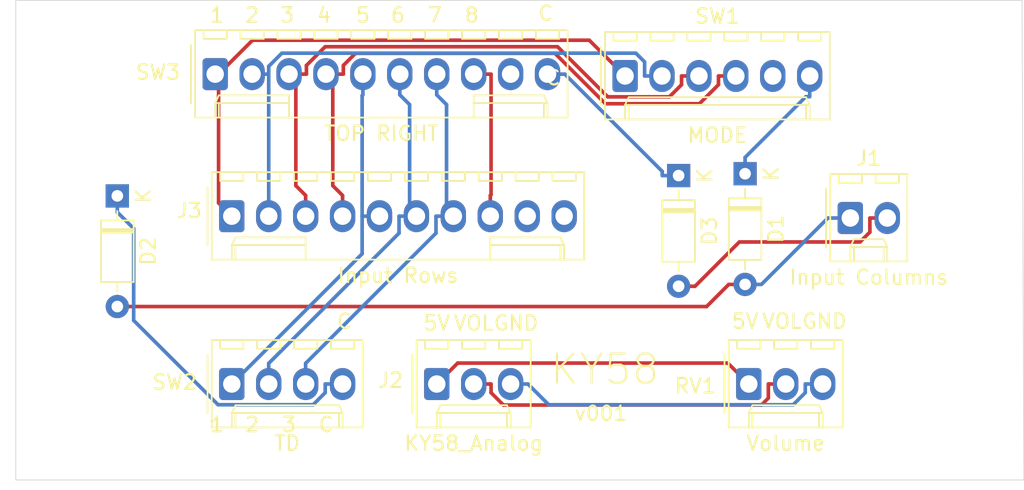
<source format=kicad_pcb>
(kicad_pcb (version 20171130) (host pcbnew "(5.1.5-0-10_14)")

  (general
    (thickness 1.6)
    (drawings 27)
    (tracks 110)
    (zones 0)
    (modules 14)
    (nets 17)
  )

  (page A4)
  (layers
    (0 F.Cu signal)
    (31 B.Cu signal)
    (32 B.Adhes user)
    (33 F.Adhes user)
    (34 B.Paste user)
    (35 F.Paste user)
    (36 B.SilkS user)
    (37 F.SilkS user)
    (38 B.Mask user)
    (39 F.Mask user)
    (40 Dwgs.User user)
    (41 Cmts.User user)
    (42 Eco1.User user)
    (43 Eco2.User user)
    (44 Edge.Cuts user)
    (45 Margin user)
    (46 B.CrtYd user)
    (47 F.CrtYd user)
    (48 B.Fab user)
    (49 F.Fab user)
  )

  (setup
    (last_trace_width 0.25)
    (trace_clearance 0.2)
    (zone_clearance 0.508)
    (zone_45_only no)
    (trace_min 0.2)
    (via_size 0.8)
    (via_drill 0.4)
    (via_min_size 0.4)
    (via_min_drill 0.3)
    (uvia_size 0.3)
    (uvia_drill 0.1)
    (uvias_allowed no)
    (uvia_min_size 0.2)
    (uvia_min_drill 0.1)
    (edge_width 0.05)
    (segment_width 0.2)
    (pcb_text_width 0.3)
    (pcb_text_size 1.5 1.5)
    (mod_edge_width 0.12)
    (mod_text_size 1 1)
    (mod_text_width 0.15)
    (pad_size 1.524 1.524)
    (pad_drill 0.762)
    (pad_to_mask_clearance 0.051)
    (solder_mask_min_width 0.25)
    (aux_axis_origin 0 0)
    (visible_elements FFFFFF7F)
    (pcbplotparams
      (layerselection 0x010fc_ffffffff)
      (usegerberextensions false)
      (usegerberattributes false)
      (usegerberadvancedattributes false)
      (creategerberjobfile false)
      (excludeedgelayer true)
      (linewidth 0.100000)
      (plotframeref false)
      (viasonmask false)
      (mode 1)
      (useauxorigin false)
      (hpglpennumber 1)
      (hpglpenspeed 20)
      (hpglpendiameter 15.000000)
      (psnegative false)
      (psa4output false)
      (plotreference true)
      (plotvalue true)
      (plotinvisibletext false)
      (padsonsilk false)
      (subtractmaskfromsilk false)
      (outputformat 1)
      (mirror false)
      (drillshape 0)
      (scaleselection 1)
      (outputdirectory "Manufacturing"))
  )

  (net 0 "")
  (net 1 "Net-(D1-Pad2)")
  (net 2 "Net-(D1-Pad1)")
  (net 3 "Net-(D2-Pad1)")
  (net 4 "Net-(D3-Pad2)")
  (net 5 "Net-(D3-Pad1)")
  (net 6 "Net-(J2-Pad3)")
  (net 7 "Net-(J2-Pad2)")
  (net 8 "Net-(J2-Pad1)")
  (net 9 /Row8)
  (net 10 /Row7)
  (net 11 /Row6)
  (net 12 /Row5)
  (net 13 /Row4)
  (net 14 /Row3)
  (net 15 /Row2)
  (net 16 /Row1)

  (net_class Default "This is the default net class."
    (clearance 0.2)
    (trace_width 0.25)
    (via_dia 0.8)
    (via_drill 0.4)
    (uvia_dia 0.3)
    (uvia_drill 0.1)
    (add_net /Row1)
    (add_net /Row2)
    (add_net /Row3)
    (add_net /Row4)
    (add_net /Row5)
    (add_net /Row6)
    (add_net /Row7)
    (add_net /Row8)
    (add_net "Net-(D1-Pad1)")
    (add_net "Net-(D1-Pad2)")
    (add_net "Net-(D2-Pad1)")
    (add_net "Net-(D3-Pad1)")
    (add_net "Net-(D3-Pad2)")
    (add_net "Net-(J2-Pad1)")
    (add_net "Net-(J2-Pad2)")
    (add_net "Net-(J2-Pad3)")
  )

  (module PT_Library_v001:Molex_1x10_P2.54mm_Vertical (layer F.Cu) (tedit 5B78013E) (tstamp 60699E66)
    (at 96.393 99.06)
    (descr "Molex KK-254 Interconnect System, old/engineering part number: AE-6410-10A example for new part number: 22-27-2101, 10 Pins (http://www.molex.com/pdm_docs/sd/022272021_sd.pdf), generated with kicad-footprint-generator")
    (tags "connector Molex KK-254 side entry")
    (path /606BA22B)
    (fp_text reference SW3 (at -3.937 -0.127) (layer F.SilkS)
      (effects (font (size 1 1) (thickness 0.15)))
    )
    (fp_text value "TOP RIGHT" (at 11.43 4.08) (layer F.SilkS)
      (effects (font (size 1 1) (thickness 0.15)))
    )
    (fp_text user %R (at 11.43 -2.22) (layer F.Fab)
      (effects (font (size 1 1) (thickness 0.15)))
    )
    (fp_line (start 24.63 -3.42) (end -1.77 -3.42) (layer F.CrtYd) (width 0.05))
    (fp_line (start 24.63 3.38) (end 24.63 -3.42) (layer F.CrtYd) (width 0.05))
    (fp_line (start -1.77 3.38) (end 24.63 3.38) (layer F.CrtYd) (width 0.05))
    (fp_line (start -1.77 -3.42) (end -1.77 3.38) (layer F.CrtYd) (width 0.05))
    (fp_line (start 23.66 -2.43) (end 23.66 -3.03) (layer F.SilkS) (width 0.12))
    (fp_line (start 22.06 -2.43) (end 23.66 -2.43) (layer F.SilkS) (width 0.12))
    (fp_line (start 22.06 -3.03) (end 22.06 -2.43) (layer F.SilkS) (width 0.12))
    (fp_line (start 21.12 -2.43) (end 21.12 -3.03) (layer F.SilkS) (width 0.12))
    (fp_line (start 19.52 -2.43) (end 21.12 -2.43) (layer F.SilkS) (width 0.12))
    (fp_line (start 19.52 -3.03) (end 19.52 -2.43) (layer F.SilkS) (width 0.12))
    (fp_line (start 18.58 -2.43) (end 18.58 -3.03) (layer F.SilkS) (width 0.12))
    (fp_line (start 16.98 -2.43) (end 18.58 -2.43) (layer F.SilkS) (width 0.12))
    (fp_line (start 16.98 -3.03) (end 16.98 -2.43) (layer F.SilkS) (width 0.12))
    (fp_line (start 16.04 -2.43) (end 16.04 -3.03) (layer F.SilkS) (width 0.12))
    (fp_line (start 14.44 -2.43) (end 16.04 -2.43) (layer F.SilkS) (width 0.12))
    (fp_line (start 14.44 -3.03) (end 14.44 -2.43) (layer F.SilkS) (width 0.12))
    (fp_line (start 13.5 -2.43) (end 13.5 -3.03) (layer F.SilkS) (width 0.12))
    (fp_line (start 11.9 -2.43) (end 13.5 -2.43) (layer F.SilkS) (width 0.12))
    (fp_line (start 11.9 -3.03) (end 11.9 -2.43) (layer F.SilkS) (width 0.12))
    (fp_line (start 10.96 -2.43) (end 10.96 -3.03) (layer F.SilkS) (width 0.12))
    (fp_line (start 9.36 -2.43) (end 10.96 -2.43) (layer F.SilkS) (width 0.12))
    (fp_line (start 9.36 -3.03) (end 9.36 -2.43) (layer F.SilkS) (width 0.12))
    (fp_line (start 8.42 -2.43) (end 8.42 -3.03) (layer F.SilkS) (width 0.12))
    (fp_line (start 6.82 -2.43) (end 8.42 -2.43) (layer F.SilkS) (width 0.12))
    (fp_line (start 6.82 -3.03) (end 6.82 -2.43) (layer F.SilkS) (width 0.12))
    (fp_line (start 5.88 -2.43) (end 5.88 -3.03) (layer F.SilkS) (width 0.12))
    (fp_line (start 4.28 -2.43) (end 5.88 -2.43) (layer F.SilkS) (width 0.12))
    (fp_line (start 4.28 -3.03) (end 4.28 -2.43) (layer F.SilkS) (width 0.12))
    (fp_line (start 3.34 -2.43) (end 3.34 -3.03) (layer F.SilkS) (width 0.12))
    (fp_line (start 1.74 -2.43) (end 3.34 -2.43) (layer F.SilkS) (width 0.12))
    (fp_line (start 1.74 -3.03) (end 1.74 -2.43) (layer F.SilkS) (width 0.12))
    (fp_line (start 0.8 -2.43) (end 0.8 -3.03) (layer F.SilkS) (width 0.12))
    (fp_line (start -0.8 -2.43) (end 0.8 -2.43) (layer F.SilkS) (width 0.12))
    (fp_line (start -0.8 -3.03) (end -0.8 -2.43) (layer F.SilkS) (width 0.12))
    (fp_line (start 22.61 2.99) (end 22.61 1.99) (layer F.SilkS) (width 0.12))
    (fp_line (start 17.78 1.46) (end 17.78 1.99) (layer F.SilkS) (width 0.12))
    (fp_line (start 22.61 1.46) (end 17.78 1.46) (layer F.SilkS) (width 0.12))
    (fp_line (start 22.86 1.99) (end 22.61 1.46) (layer F.SilkS) (width 0.12))
    (fp_line (start 17.78 1.99) (end 17.78 2.99) (layer F.SilkS) (width 0.12))
    (fp_line (start 22.86 1.99) (end 17.78 1.99) (layer F.SilkS) (width 0.12))
    (fp_line (start 22.86 2.99) (end 22.86 1.99) (layer F.SilkS) (width 0.12))
    (fp_line (start 0.25 2.99) (end 0.25 1.99) (layer F.SilkS) (width 0.12))
    (fp_line (start 5.08 1.46) (end 5.08 1.99) (layer F.SilkS) (width 0.12))
    (fp_line (start 0.25 1.46) (end 5.08 1.46) (layer F.SilkS) (width 0.12))
    (fp_line (start 0 1.99) (end 0.25 1.46) (layer F.SilkS) (width 0.12))
    (fp_line (start 5.08 1.99) (end 5.08 2.99) (layer F.SilkS) (width 0.12))
    (fp_line (start 0 1.99) (end 5.08 1.99) (layer F.SilkS) (width 0.12))
    (fp_line (start 0 2.99) (end 0 1.99) (layer F.SilkS) (width 0.12))
    (fp_line (start -0.562893 0) (end -1.27 0.5) (layer F.Fab) (width 0.1))
    (fp_line (start -1.27 -0.5) (end -0.562893 0) (layer F.Fab) (width 0.1))
    (fp_line (start -1.67 -2) (end -1.67 2) (layer F.SilkS) (width 0.12))
    (fp_line (start 24.24 -3.03) (end -1.38 -3.03) (layer F.SilkS) (width 0.12))
    (fp_line (start 24.24 2.99) (end 24.24 -3.03) (layer F.SilkS) (width 0.12))
    (fp_line (start -1.38 2.99) (end 24.24 2.99) (layer F.SilkS) (width 0.12))
    (fp_line (start -1.38 -3.03) (end -1.38 2.99) (layer F.SilkS) (width 0.12))
    (fp_line (start 24.13 -2.92) (end -1.27 -2.92) (layer F.Fab) (width 0.1))
    (fp_line (start 24.13 2.88) (end 24.13 -2.92) (layer F.Fab) (width 0.1))
    (fp_line (start -1.27 2.88) (end 24.13 2.88) (layer F.Fab) (width 0.1))
    (fp_line (start -1.27 -2.92) (end -1.27 2.88) (layer F.Fab) (width 0.1))
    (pad 10 thru_hole oval (at 22.86 0) (size 1.74 2.2) (drill 1.2) (layers *.Cu *.Mask)
      (net 5 "Net-(D3-Pad1)"))
    (pad 9 thru_hole oval (at 20.32 0) (size 1.74 2.2) (drill 1.2) (layers *.Cu *.Mask))
    (pad 8 thru_hole oval (at 17.78 0) (size 1.74 2.2) (drill 1.2) (layers *.Cu *.Mask)
      (net 9 /Row8))
    (pad 7 thru_hole oval (at 15.24 0) (size 1.74 2.2) (drill 1.2) (layers *.Cu *.Mask)
      (net 10 /Row7))
    (pad 6 thru_hole oval (at 12.7 0) (size 1.74 2.2) (drill 1.2) (layers *.Cu *.Mask)
      (net 11 /Row6))
    (pad 5 thru_hole oval (at 10.16 0) (size 1.74 2.2) (drill 1.2) (layers *.Cu *.Mask)
      (net 12 /Row5))
    (pad 4 thru_hole oval (at 7.62 0) (size 1.74 2.2) (drill 1.2) (layers *.Cu *.Mask)
      (net 13 /Row4))
    (pad 3 thru_hole oval (at 5.08 0) (size 1.74 2.2) (drill 1.2) (layers *.Cu *.Mask)
      (net 14 /Row3))
    (pad 2 thru_hole oval (at 2.54 0) (size 1.74 2.2) (drill 1.2) (layers *.Cu *.Mask)
      (net 15 /Row2))
    (pad 1 thru_hole roundrect (at 0 0) (size 1.74 2.2) (drill 1.2) (layers *.Cu *.Mask) (roundrect_rratio 0.143678)
      (net 16 /Row1))
    (model ${KISYS3DMOD}/Connector_Molex.3dshapes/Molex_KK-254_AE-6410-10A_1x10_P2.54mm_Vertical.wrl
      (at (xyz 0 0 0))
      (scale (xyz 1 1 1))
      (rotate (xyz 0 0 0))
    )
  )

  (module PT_Library_v001:Molex_1x04_P2.54mm_Vertical (layer F.Cu) (tedit 5B78013E) (tstamp 60699E1C)
    (at 97.536 120.396)
    (descr "Molex KK-254 Interconnect System, old/engineering part number: AE-6410-04A example for new part number: 22-27-2041, 4 Pins (http://www.molex.com/pdm_docs/sd/022272021_sd.pdf), generated with kicad-footprint-generator")
    (tags "connector Molex KK-254 side entry")
    (path /5FCC4E8B)
    (fp_text reference SW2 (at -3.937 -0.127) (layer F.SilkS)
      (effects (font (size 1 1) (thickness 0.15)))
    )
    (fp_text value TD (at 3.81 4.08) (layer F.SilkS)
      (effects (font (size 1 1) (thickness 0.15)))
    )
    (fp_text user %R (at 3.81 -2.22) (layer F.Fab)
      (effects (font (size 1 1) (thickness 0.15)))
    )
    (fp_line (start 9.39 -3.42) (end -1.77 -3.42) (layer F.CrtYd) (width 0.05))
    (fp_line (start 9.39 3.38) (end 9.39 -3.42) (layer F.CrtYd) (width 0.05))
    (fp_line (start -1.77 3.38) (end 9.39 3.38) (layer F.CrtYd) (width 0.05))
    (fp_line (start -1.77 -3.42) (end -1.77 3.38) (layer F.CrtYd) (width 0.05))
    (fp_line (start 8.42 -2.43) (end 8.42 -3.03) (layer F.SilkS) (width 0.12))
    (fp_line (start 6.82 -2.43) (end 8.42 -2.43) (layer F.SilkS) (width 0.12))
    (fp_line (start 6.82 -3.03) (end 6.82 -2.43) (layer F.SilkS) (width 0.12))
    (fp_line (start 5.88 -2.43) (end 5.88 -3.03) (layer F.SilkS) (width 0.12))
    (fp_line (start 4.28 -2.43) (end 5.88 -2.43) (layer F.SilkS) (width 0.12))
    (fp_line (start 4.28 -3.03) (end 4.28 -2.43) (layer F.SilkS) (width 0.12))
    (fp_line (start 3.34 -2.43) (end 3.34 -3.03) (layer F.SilkS) (width 0.12))
    (fp_line (start 1.74 -2.43) (end 3.34 -2.43) (layer F.SilkS) (width 0.12))
    (fp_line (start 1.74 -3.03) (end 1.74 -2.43) (layer F.SilkS) (width 0.12))
    (fp_line (start 0.8 -2.43) (end 0.8 -3.03) (layer F.SilkS) (width 0.12))
    (fp_line (start -0.8 -2.43) (end 0.8 -2.43) (layer F.SilkS) (width 0.12))
    (fp_line (start -0.8 -3.03) (end -0.8 -2.43) (layer F.SilkS) (width 0.12))
    (fp_line (start 7.37 2.99) (end 7.37 1.99) (layer F.SilkS) (width 0.12))
    (fp_line (start 0.25 2.99) (end 0.25 1.99) (layer F.SilkS) (width 0.12))
    (fp_line (start 7.37 1.46) (end 7.62 1.99) (layer F.SilkS) (width 0.12))
    (fp_line (start 0.25 1.46) (end 7.37 1.46) (layer F.SilkS) (width 0.12))
    (fp_line (start 0 1.99) (end 0.25 1.46) (layer F.SilkS) (width 0.12))
    (fp_line (start 7.62 1.99) (end 7.62 2.99) (layer F.SilkS) (width 0.12))
    (fp_line (start 0 1.99) (end 7.62 1.99) (layer F.SilkS) (width 0.12))
    (fp_line (start 0 2.99) (end 0 1.99) (layer F.SilkS) (width 0.12))
    (fp_line (start -0.562893 0) (end -1.27 0.5) (layer F.Fab) (width 0.1))
    (fp_line (start -1.27 -0.5) (end -0.562893 0) (layer F.Fab) (width 0.1))
    (fp_line (start -1.67 -2) (end -1.67 2) (layer F.SilkS) (width 0.12))
    (fp_line (start 9 -3.03) (end -1.38 -3.03) (layer F.SilkS) (width 0.12))
    (fp_line (start 9 2.99) (end 9 -3.03) (layer F.SilkS) (width 0.12))
    (fp_line (start -1.38 2.99) (end 9 2.99) (layer F.SilkS) (width 0.12))
    (fp_line (start -1.38 -3.03) (end -1.38 2.99) (layer F.SilkS) (width 0.12))
    (fp_line (start 8.89 -2.92) (end -1.27 -2.92) (layer F.Fab) (width 0.1))
    (fp_line (start 8.89 2.88) (end 8.89 -2.92) (layer F.Fab) (width 0.1))
    (fp_line (start -1.27 2.88) (end 8.89 2.88) (layer F.Fab) (width 0.1))
    (fp_line (start -1.27 -2.92) (end -1.27 2.88) (layer F.Fab) (width 0.1))
    (pad 4 thru_hole oval (at 7.62 0) (size 1.74 2.2) (drill 1.2) (layers *.Cu *.Mask)
      (net 3 "Net-(D2-Pad1)"))
    (pad 3 thru_hole oval (at 5.08 0) (size 1.74 2.2) (drill 1.2) (layers *.Cu *.Mask)
      (net 10 /Row7))
    (pad 2 thru_hole oval (at 2.54 0) (size 1.74 2.2) (drill 1.2) (layers *.Cu *.Mask)
      (net 11 /Row6))
    (pad 1 thru_hole roundrect (at 0 0) (size 1.74 2.2) (drill 1.2) (layers *.Cu *.Mask) (roundrect_rratio 0.143678)
      (net 12 /Row5))
    (model ${KISYS3DMOD}/Connector_Molex.3dshapes/Molex_KK-254_AE-6410-04A_1x04_P2.54mm_Vertical.wrl
      (at (xyz 0 0 0))
      (scale (xyz 1 1 1))
      (rotate (xyz 0 0 0))
    )
  )

  (module PT_Library_v001:Molex_1x06_P2.54mm_Vertical (layer F.Cu) (tedit 5B78013E) (tstamp 60699DF0)
    (at 124.587 99.187)
    (descr "Molex KK-254 Interconnect System, old/engineering part number: AE-6410-06A example for new part number: 22-27-2061, 6 Pins (http://www.molex.com/pdm_docs/sd/022272021_sd.pdf), generated with kicad-footprint-generator")
    (tags "connector Molex KK-254 side entry")
    (path /606BF5AE)
    (fp_text reference SW1 (at 6.35 -4.12) (layer F.SilkS)
      (effects (font (size 1 1) (thickness 0.15)))
    )
    (fp_text value MODE (at 6.35 4.08) (layer F.SilkS)
      (effects (font (size 1 1) (thickness 0.15)))
    )
    (fp_text user %R (at 6.35 -2.22) (layer F.Fab)
      (effects (font (size 1 1) (thickness 0.15)))
    )
    (fp_line (start 14.47 -3.42) (end -1.77 -3.42) (layer F.CrtYd) (width 0.05))
    (fp_line (start 14.47 3.38) (end 14.47 -3.42) (layer F.CrtYd) (width 0.05))
    (fp_line (start -1.77 3.38) (end 14.47 3.38) (layer F.CrtYd) (width 0.05))
    (fp_line (start -1.77 -3.42) (end -1.77 3.38) (layer F.CrtYd) (width 0.05))
    (fp_line (start 13.5 -2.43) (end 13.5 -3.03) (layer F.SilkS) (width 0.12))
    (fp_line (start 11.9 -2.43) (end 13.5 -2.43) (layer F.SilkS) (width 0.12))
    (fp_line (start 11.9 -3.03) (end 11.9 -2.43) (layer F.SilkS) (width 0.12))
    (fp_line (start 10.96 -2.43) (end 10.96 -3.03) (layer F.SilkS) (width 0.12))
    (fp_line (start 9.36 -2.43) (end 10.96 -2.43) (layer F.SilkS) (width 0.12))
    (fp_line (start 9.36 -3.03) (end 9.36 -2.43) (layer F.SilkS) (width 0.12))
    (fp_line (start 8.42 -2.43) (end 8.42 -3.03) (layer F.SilkS) (width 0.12))
    (fp_line (start 6.82 -2.43) (end 8.42 -2.43) (layer F.SilkS) (width 0.12))
    (fp_line (start 6.82 -3.03) (end 6.82 -2.43) (layer F.SilkS) (width 0.12))
    (fp_line (start 5.88 -2.43) (end 5.88 -3.03) (layer F.SilkS) (width 0.12))
    (fp_line (start 4.28 -2.43) (end 5.88 -2.43) (layer F.SilkS) (width 0.12))
    (fp_line (start 4.28 -3.03) (end 4.28 -2.43) (layer F.SilkS) (width 0.12))
    (fp_line (start 3.34 -2.43) (end 3.34 -3.03) (layer F.SilkS) (width 0.12))
    (fp_line (start 1.74 -2.43) (end 3.34 -2.43) (layer F.SilkS) (width 0.12))
    (fp_line (start 1.74 -3.03) (end 1.74 -2.43) (layer F.SilkS) (width 0.12))
    (fp_line (start 0.8 -2.43) (end 0.8 -3.03) (layer F.SilkS) (width 0.12))
    (fp_line (start -0.8 -2.43) (end 0.8 -2.43) (layer F.SilkS) (width 0.12))
    (fp_line (start -0.8 -3.03) (end -0.8 -2.43) (layer F.SilkS) (width 0.12))
    (fp_line (start 12.45 2.99) (end 12.45 1.99) (layer F.SilkS) (width 0.12))
    (fp_line (start 0.25 2.99) (end 0.25 1.99) (layer F.SilkS) (width 0.12))
    (fp_line (start 12.45 1.46) (end 12.7 1.99) (layer F.SilkS) (width 0.12))
    (fp_line (start 0.25 1.46) (end 12.45 1.46) (layer F.SilkS) (width 0.12))
    (fp_line (start 0 1.99) (end 0.25 1.46) (layer F.SilkS) (width 0.12))
    (fp_line (start 12.7 1.99) (end 12.7 2.99) (layer F.SilkS) (width 0.12))
    (fp_line (start 0 1.99) (end 12.7 1.99) (layer F.SilkS) (width 0.12))
    (fp_line (start 0 2.99) (end 0 1.99) (layer F.SilkS) (width 0.12))
    (fp_line (start -0.562893 0) (end -1.27 0.5) (layer F.Fab) (width 0.1))
    (fp_line (start -1.27 -0.5) (end -0.562893 0) (layer F.Fab) (width 0.1))
    (fp_line (start -1.67 -2) (end -1.67 2) (layer F.SilkS) (width 0.12))
    (fp_line (start 14.08 -3.03) (end -1.38 -3.03) (layer F.SilkS) (width 0.12))
    (fp_line (start 14.08 2.99) (end 14.08 -3.03) (layer F.SilkS) (width 0.12))
    (fp_line (start -1.38 2.99) (end 14.08 2.99) (layer F.SilkS) (width 0.12))
    (fp_line (start -1.38 -3.03) (end -1.38 2.99) (layer F.SilkS) (width 0.12))
    (fp_line (start 13.97 -2.92) (end -1.27 -2.92) (layer F.Fab) (width 0.1))
    (fp_line (start 13.97 2.88) (end 13.97 -2.92) (layer F.Fab) (width 0.1))
    (fp_line (start -1.27 2.88) (end 13.97 2.88) (layer F.Fab) (width 0.1))
    (fp_line (start -1.27 -2.92) (end -1.27 2.88) (layer F.Fab) (width 0.1))
    (pad 6 thru_hole oval (at 12.7 0) (size 1.74 2.2) (drill 1.2) (layers *.Cu *.Mask)
      (net 2 "Net-(D1-Pad1)"))
    (pad 5 thru_hole oval (at 10.16 0) (size 1.74 2.2) (drill 1.2) (layers *.Cu *.Mask))
    (pad 4 thru_hole oval (at 7.62 0) (size 1.74 2.2) (drill 1.2) (layers *.Cu *.Mask)
      (net 13 /Row4))
    (pad 3 thru_hole oval (at 5.08 0) (size 1.74 2.2) (drill 1.2) (layers *.Cu *.Mask)
      (net 14 /Row3))
    (pad 2 thru_hole oval (at 2.54 0) (size 1.74 2.2) (drill 1.2) (layers *.Cu *.Mask)
      (net 15 /Row2))
    (pad 1 thru_hole roundrect (at 0 0) (size 1.74 2.2) (drill 1.2) (layers *.Cu *.Mask) (roundrect_rratio 0.143678)
      (net 16 /Row1))
    (model ${KISYS3DMOD}/Connector_Molex.3dshapes/Molex_KK-254_AE-6410-06A_1x06_P2.54mm_Vertical.wrl
      (at (xyz 0 0 0))
      (scale (xyz 1 1 1))
      (rotate (xyz 0 0 0))
    )
  )

  (module PT_Library_v001:Molex_1x03_P2.54mm_Vertical (layer F.Cu) (tedit 5B78013E) (tstamp 60699DBC)
    (at 133.096 120.396)
    (descr "Molex KK-254 Interconnect System, old/engineering part number: AE-6410-03A example for new part number: 22-27-2031, 3 Pins (http://www.molex.com/pdm_docs/sd/022272021_sd.pdf), generated with kicad-footprint-generator")
    (tags "connector Molex KK-254 side entry")
    (path /5FC6ABA0)
    (fp_text reference RV1 (at -3.683 0.127) (layer F.SilkS)
      (effects (font (size 1 1) (thickness 0.15)))
    )
    (fp_text value Volume (at 2.54 4.08) (layer F.SilkS)
      (effects (font (size 1 1) (thickness 0.15)))
    )
    (fp_text user %R (at 2.54 -2.22) (layer F.Fab)
      (effects (font (size 1 1) (thickness 0.15)))
    )
    (fp_line (start 6.85 -3.42) (end -1.77 -3.42) (layer F.CrtYd) (width 0.05))
    (fp_line (start 6.85 3.38) (end 6.85 -3.42) (layer F.CrtYd) (width 0.05))
    (fp_line (start -1.77 3.38) (end 6.85 3.38) (layer F.CrtYd) (width 0.05))
    (fp_line (start -1.77 -3.42) (end -1.77 3.38) (layer F.CrtYd) (width 0.05))
    (fp_line (start 5.88 -2.43) (end 5.88 -3.03) (layer F.SilkS) (width 0.12))
    (fp_line (start 4.28 -2.43) (end 5.88 -2.43) (layer F.SilkS) (width 0.12))
    (fp_line (start 4.28 -3.03) (end 4.28 -2.43) (layer F.SilkS) (width 0.12))
    (fp_line (start 3.34 -2.43) (end 3.34 -3.03) (layer F.SilkS) (width 0.12))
    (fp_line (start 1.74 -2.43) (end 3.34 -2.43) (layer F.SilkS) (width 0.12))
    (fp_line (start 1.74 -3.03) (end 1.74 -2.43) (layer F.SilkS) (width 0.12))
    (fp_line (start 0.8 -2.43) (end 0.8 -3.03) (layer F.SilkS) (width 0.12))
    (fp_line (start -0.8 -2.43) (end 0.8 -2.43) (layer F.SilkS) (width 0.12))
    (fp_line (start -0.8 -3.03) (end -0.8 -2.43) (layer F.SilkS) (width 0.12))
    (fp_line (start 4.83 2.99) (end 4.83 1.99) (layer F.SilkS) (width 0.12))
    (fp_line (start 0.25 2.99) (end 0.25 1.99) (layer F.SilkS) (width 0.12))
    (fp_line (start 4.83 1.46) (end 5.08 1.99) (layer F.SilkS) (width 0.12))
    (fp_line (start 0.25 1.46) (end 4.83 1.46) (layer F.SilkS) (width 0.12))
    (fp_line (start 0 1.99) (end 0.25 1.46) (layer F.SilkS) (width 0.12))
    (fp_line (start 5.08 1.99) (end 5.08 2.99) (layer F.SilkS) (width 0.12))
    (fp_line (start 0 1.99) (end 5.08 1.99) (layer F.SilkS) (width 0.12))
    (fp_line (start 0 2.99) (end 0 1.99) (layer F.SilkS) (width 0.12))
    (fp_line (start -0.562893 0) (end -1.27 0.5) (layer F.Fab) (width 0.1))
    (fp_line (start -1.27 -0.5) (end -0.562893 0) (layer F.Fab) (width 0.1))
    (fp_line (start -1.67 -2) (end -1.67 2) (layer F.SilkS) (width 0.12))
    (fp_line (start 6.46 -3.03) (end -1.38 -3.03) (layer F.SilkS) (width 0.12))
    (fp_line (start 6.46 2.99) (end 6.46 -3.03) (layer F.SilkS) (width 0.12))
    (fp_line (start -1.38 2.99) (end 6.46 2.99) (layer F.SilkS) (width 0.12))
    (fp_line (start -1.38 -3.03) (end -1.38 2.99) (layer F.SilkS) (width 0.12))
    (fp_line (start 6.35 -2.92) (end -1.27 -2.92) (layer F.Fab) (width 0.1))
    (fp_line (start 6.35 2.88) (end 6.35 -2.92) (layer F.Fab) (width 0.1))
    (fp_line (start -1.27 2.88) (end 6.35 2.88) (layer F.Fab) (width 0.1))
    (fp_line (start -1.27 -2.92) (end -1.27 2.88) (layer F.Fab) (width 0.1))
    (pad 3 thru_hole oval (at 5.08 0) (size 1.74 2.2) (drill 1.2) (layers *.Cu *.Mask)
      (net 6 "Net-(J2-Pad3)"))
    (pad 2 thru_hole oval (at 2.54 0) (size 1.74 2.2) (drill 1.2) (layers *.Cu *.Mask)
      (net 7 "Net-(J2-Pad2)"))
    (pad 1 thru_hole roundrect (at 0 0) (size 1.74 2.2) (drill 1.2) (layers *.Cu *.Mask) (roundrect_rratio 0.143678)
      (net 8 "Net-(J2-Pad1)"))
    (model ${KISYS3DMOD}/Connector_Molex.3dshapes/Molex_KK-254_AE-6410-03A_1x03_P2.54mm_Vertical.wrl
      (at (xyz 0 0 0))
      (scale (xyz 1 1 1))
      (rotate (xyz 0 0 0))
    )
  )

  (module PT_Library_v001:Molex_1x10_P2.54mm_Vertical (layer F.Cu) (tedit 5B78013E) (tstamp 60699D94)
    (at 97.536 108.839)
    (descr "Molex KK-254 Interconnect System, old/engineering part number: AE-6410-10A example for new part number: 22-27-2101, 10 Pins (http://www.molex.com/pdm_docs/sd/022272021_sd.pdf), generated with kicad-footprint-generator")
    (tags "connector Molex KK-254 side entry")
    (path /5FCCD218)
    (fp_text reference J3 (at -2.921 -0.381) (layer F.SilkS)
      (effects (font (size 1 1) (thickness 0.15)))
    )
    (fp_text value "Input Rows" (at 11.43 4.08) (layer F.SilkS)
      (effects (font (size 1 1) (thickness 0.15)))
    )
    (fp_text user %R (at 11.43 -2.22) (layer F.Fab)
      (effects (font (size 1 1) (thickness 0.15)))
    )
    (fp_line (start 24.63 -3.42) (end -1.77 -3.42) (layer F.CrtYd) (width 0.05))
    (fp_line (start 24.63 3.38) (end 24.63 -3.42) (layer F.CrtYd) (width 0.05))
    (fp_line (start -1.77 3.38) (end 24.63 3.38) (layer F.CrtYd) (width 0.05))
    (fp_line (start -1.77 -3.42) (end -1.77 3.38) (layer F.CrtYd) (width 0.05))
    (fp_line (start 23.66 -2.43) (end 23.66 -3.03) (layer F.SilkS) (width 0.12))
    (fp_line (start 22.06 -2.43) (end 23.66 -2.43) (layer F.SilkS) (width 0.12))
    (fp_line (start 22.06 -3.03) (end 22.06 -2.43) (layer F.SilkS) (width 0.12))
    (fp_line (start 21.12 -2.43) (end 21.12 -3.03) (layer F.SilkS) (width 0.12))
    (fp_line (start 19.52 -2.43) (end 21.12 -2.43) (layer F.SilkS) (width 0.12))
    (fp_line (start 19.52 -3.03) (end 19.52 -2.43) (layer F.SilkS) (width 0.12))
    (fp_line (start 18.58 -2.43) (end 18.58 -3.03) (layer F.SilkS) (width 0.12))
    (fp_line (start 16.98 -2.43) (end 18.58 -2.43) (layer F.SilkS) (width 0.12))
    (fp_line (start 16.98 -3.03) (end 16.98 -2.43) (layer F.SilkS) (width 0.12))
    (fp_line (start 16.04 -2.43) (end 16.04 -3.03) (layer F.SilkS) (width 0.12))
    (fp_line (start 14.44 -2.43) (end 16.04 -2.43) (layer F.SilkS) (width 0.12))
    (fp_line (start 14.44 -3.03) (end 14.44 -2.43) (layer F.SilkS) (width 0.12))
    (fp_line (start 13.5 -2.43) (end 13.5 -3.03) (layer F.SilkS) (width 0.12))
    (fp_line (start 11.9 -2.43) (end 13.5 -2.43) (layer F.SilkS) (width 0.12))
    (fp_line (start 11.9 -3.03) (end 11.9 -2.43) (layer F.SilkS) (width 0.12))
    (fp_line (start 10.96 -2.43) (end 10.96 -3.03) (layer F.SilkS) (width 0.12))
    (fp_line (start 9.36 -2.43) (end 10.96 -2.43) (layer F.SilkS) (width 0.12))
    (fp_line (start 9.36 -3.03) (end 9.36 -2.43) (layer F.SilkS) (width 0.12))
    (fp_line (start 8.42 -2.43) (end 8.42 -3.03) (layer F.SilkS) (width 0.12))
    (fp_line (start 6.82 -2.43) (end 8.42 -2.43) (layer F.SilkS) (width 0.12))
    (fp_line (start 6.82 -3.03) (end 6.82 -2.43) (layer F.SilkS) (width 0.12))
    (fp_line (start 5.88 -2.43) (end 5.88 -3.03) (layer F.SilkS) (width 0.12))
    (fp_line (start 4.28 -2.43) (end 5.88 -2.43) (layer F.SilkS) (width 0.12))
    (fp_line (start 4.28 -3.03) (end 4.28 -2.43) (layer F.SilkS) (width 0.12))
    (fp_line (start 3.34 -2.43) (end 3.34 -3.03) (layer F.SilkS) (width 0.12))
    (fp_line (start 1.74 -2.43) (end 3.34 -2.43) (layer F.SilkS) (width 0.12))
    (fp_line (start 1.74 -3.03) (end 1.74 -2.43) (layer F.SilkS) (width 0.12))
    (fp_line (start 0.8 -2.43) (end 0.8 -3.03) (layer F.SilkS) (width 0.12))
    (fp_line (start -0.8 -2.43) (end 0.8 -2.43) (layer F.SilkS) (width 0.12))
    (fp_line (start -0.8 -3.03) (end -0.8 -2.43) (layer F.SilkS) (width 0.12))
    (fp_line (start 22.61 2.99) (end 22.61 1.99) (layer F.SilkS) (width 0.12))
    (fp_line (start 17.78 1.46) (end 17.78 1.99) (layer F.SilkS) (width 0.12))
    (fp_line (start 22.61 1.46) (end 17.78 1.46) (layer F.SilkS) (width 0.12))
    (fp_line (start 22.86 1.99) (end 22.61 1.46) (layer F.SilkS) (width 0.12))
    (fp_line (start 17.78 1.99) (end 17.78 2.99) (layer F.SilkS) (width 0.12))
    (fp_line (start 22.86 1.99) (end 17.78 1.99) (layer F.SilkS) (width 0.12))
    (fp_line (start 22.86 2.99) (end 22.86 1.99) (layer F.SilkS) (width 0.12))
    (fp_line (start 0.25 2.99) (end 0.25 1.99) (layer F.SilkS) (width 0.12))
    (fp_line (start 5.08 1.46) (end 5.08 1.99) (layer F.SilkS) (width 0.12))
    (fp_line (start 0.25 1.46) (end 5.08 1.46) (layer F.SilkS) (width 0.12))
    (fp_line (start 0 1.99) (end 0.25 1.46) (layer F.SilkS) (width 0.12))
    (fp_line (start 5.08 1.99) (end 5.08 2.99) (layer F.SilkS) (width 0.12))
    (fp_line (start 0 1.99) (end 5.08 1.99) (layer F.SilkS) (width 0.12))
    (fp_line (start 0 2.99) (end 0 1.99) (layer F.SilkS) (width 0.12))
    (fp_line (start -0.562893 0) (end -1.27 0.5) (layer F.Fab) (width 0.1))
    (fp_line (start -1.27 -0.5) (end -0.562893 0) (layer F.Fab) (width 0.1))
    (fp_line (start -1.67 -2) (end -1.67 2) (layer F.SilkS) (width 0.12))
    (fp_line (start 24.24 -3.03) (end -1.38 -3.03) (layer F.SilkS) (width 0.12))
    (fp_line (start 24.24 2.99) (end 24.24 -3.03) (layer F.SilkS) (width 0.12))
    (fp_line (start -1.38 2.99) (end 24.24 2.99) (layer F.SilkS) (width 0.12))
    (fp_line (start -1.38 -3.03) (end -1.38 2.99) (layer F.SilkS) (width 0.12))
    (fp_line (start 24.13 -2.92) (end -1.27 -2.92) (layer F.Fab) (width 0.1))
    (fp_line (start 24.13 2.88) (end 24.13 -2.92) (layer F.Fab) (width 0.1))
    (fp_line (start -1.27 2.88) (end 24.13 2.88) (layer F.Fab) (width 0.1))
    (fp_line (start -1.27 -2.92) (end -1.27 2.88) (layer F.Fab) (width 0.1))
    (pad 10 thru_hole oval (at 22.86 0) (size 1.74 2.2) (drill 1.2) (layers *.Cu *.Mask))
    (pad 9 thru_hole oval (at 20.32 0) (size 1.74 2.2) (drill 1.2) (layers *.Cu *.Mask))
    (pad 8 thru_hole oval (at 17.78 0) (size 1.74 2.2) (drill 1.2) (layers *.Cu *.Mask)
      (net 9 /Row8))
    (pad 7 thru_hole oval (at 15.24 0) (size 1.74 2.2) (drill 1.2) (layers *.Cu *.Mask)
      (net 10 /Row7))
    (pad 6 thru_hole oval (at 12.7 0) (size 1.74 2.2) (drill 1.2) (layers *.Cu *.Mask)
      (net 11 /Row6))
    (pad 5 thru_hole oval (at 10.16 0) (size 1.74 2.2) (drill 1.2) (layers *.Cu *.Mask)
      (net 12 /Row5))
    (pad 4 thru_hole oval (at 7.62 0) (size 1.74 2.2) (drill 1.2) (layers *.Cu *.Mask)
      (net 13 /Row4))
    (pad 3 thru_hole oval (at 5.08 0) (size 1.74 2.2) (drill 1.2) (layers *.Cu *.Mask)
      (net 14 /Row3))
    (pad 2 thru_hole oval (at 2.54 0) (size 1.74 2.2) (drill 1.2) (layers *.Cu *.Mask)
      (net 15 /Row2))
    (pad 1 thru_hole roundrect (at 0 0) (size 1.74 2.2) (drill 1.2) (layers *.Cu *.Mask) (roundrect_rratio 0.143678)
      (net 16 /Row1))
    (model ${KISYS3DMOD}/Connector_Molex.3dshapes/Molex_KK-254_AE-6410-10A_1x10_P2.54mm_Vertical.wrl
      (at (xyz 0 0 0))
      (scale (xyz 1 1 1))
      (rotate (xyz 0 0 0))
    )
  )

  (module PT_Library_v001:Molex_1x03_P2.54mm_Vertical (layer F.Cu) (tedit 5B78013E) (tstamp 60699D4A)
    (at 111.633 120.396)
    (descr "Molex KK-254 Interconnect System, old/engineering part number: AE-6410-03A example for new part number: 22-27-2031, 3 Pins (http://www.molex.com/pdm_docs/sd/022272021_sd.pdf), generated with kicad-footprint-generator")
    (tags "connector Molex KK-254 side entry")
    (path /5FCC543A)
    (fp_text reference J2 (at -3.175 -0.254) (layer F.SilkS)
      (effects (font (size 1 1) (thickness 0.15)))
    )
    (fp_text value KY58_Analog (at 2.54 4.08) (layer F.SilkS)
      (effects (font (size 1 1) (thickness 0.15)))
    )
    (fp_text user %R (at 2.54 -2.22) (layer F.Fab)
      (effects (font (size 1 1) (thickness 0.15)))
    )
    (fp_line (start 6.85 -3.42) (end -1.77 -3.42) (layer F.CrtYd) (width 0.05))
    (fp_line (start 6.85 3.38) (end 6.85 -3.42) (layer F.CrtYd) (width 0.05))
    (fp_line (start -1.77 3.38) (end 6.85 3.38) (layer F.CrtYd) (width 0.05))
    (fp_line (start -1.77 -3.42) (end -1.77 3.38) (layer F.CrtYd) (width 0.05))
    (fp_line (start 5.88 -2.43) (end 5.88 -3.03) (layer F.SilkS) (width 0.12))
    (fp_line (start 4.28 -2.43) (end 5.88 -2.43) (layer F.SilkS) (width 0.12))
    (fp_line (start 4.28 -3.03) (end 4.28 -2.43) (layer F.SilkS) (width 0.12))
    (fp_line (start 3.34 -2.43) (end 3.34 -3.03) (layer F.SilkS) (width 0.12))
    (fp_line (start 1.74 -2.43) (end 3.34 -2.43) (layer F.SilkS) (width 0.12))
    (fp_line (start 1.74 -3.03) (end 1.74 -2.43) (layer F.SilkS) (width 0.12))
    (fp_line (start 0.8 -2.43) (end 0.8 -3.03) (layer F.SilkS) (width 0.12))
    (fp_line (start -0.8 -2.43) (end 0.8 -2.43) (layer F.SilkS) (width 0.12))
    (fp_line (start -0.8 -3.03) (end -0.8 -2.43) (layer F.SilkS) (width 0.12))
    (fp_line (start 4.83 2.99) (end 4.83 1.99) (layer F.SilkS) (width 0.12))
    (fp_line (start 0.25 2.99) (end 0.25 1.99) (layer F.SilkS) (width 0.12))
    (fp_line (start 4.83 1.46) (end 5.08 1.99) (layer F.SilkS) (width 0.12))
    (fp_line (start 0.25 1.46) (end 4.83 1.46) (layer F.SilkS) (width 0.12))
    (fp_line (start 0 1.99) (end 0.25 1.46) (layer F.SilkS) (width 0.12))
    (fp_line (start 5.08 1.99) (end 5.08 2.99) (layer F.SilkS) (width 0.12))
    (fp_line (start 0 1.99) (end 5.08 1.99) (layer F.SilkS) (width 0.12))
    (fp_line (start 0 2.99) (end 0 1.99) (layer F.SilkS) (width 0.12))
    (fp_line (start -0.562893 0) (end -1.27 0.5) (layer F.Fab) (width 0.1))
    (fp_line (start -1.27 -0.5) (end -0.562893 0) (layer F.Fab) (width 0.1))
    (fp_line (start -1.67 -2) (end -1.67 2) (layer F.SilkS) (width 0.12))
    (fp_line (start 6.46 -3.03) (end -1.38 -3.03) (layer F.SilkS) (width 0.12))
    (fp_line (start 6.46 2.99) (end 6.46 -3.03) (layer F.SilkS) (width 0.12))
    (fp_line (start -1.38 2.99) (end 6.46 2.99) (layer F.SilkS) (width 0.12))
    (fp_line (start -1.38 -3.03) (end -1.38 2.99) (layer F.SilkS) (width 0.12))
    (fp_line (start 6.35 -2.92) (end -1.27 -2.92) (layer F.Fab) (width 0.1))
    (fp_line (start 6.35 2.88) (end 6.35 -2.92) (layer F.Fab) (width 0.1))
    (fp_line (start -1.27 2.88) (end 6.35 2.88) (layer F.Fab) (width 0.1))
    (fp_line (start -1.27 -2.92) (end -1.27 2.88) (layer F.Fab) (width 0.1))
    (pad 3 thru_hole oval (at 5.08 0) (size 1.74 2.2) (drill 1.2) (layers *.Cu *.Mask)
      (net 6 "Net-(J2-Pad3)"))
    (pad 2 thru_hole oval (at 2.54 0) (size 1.74 2.2) (drill 1.2) (layers *.Cu *.Mask)
      (net 7 "Net-(J2-Pad2)"))
    (pad 1 thru_hole roundrect (at 0 0) (size 1.74 2.2) (drill 1.2) (layers *.Cu *.Mask) (roundrect_rratio 0.143678)
      (net 8 "Net-(J2-Pad1)"))
    (model ${KISYS3DMOD}/Connector_Molex.3dshapes/Molex_KK-254_AE-6410-03A_1x03_P2.54mm_Vertical.wrl
      (at (xyz 0 0 0))
      (scale (xyz 1 1 1))
      (rotate (xyz 0 0 0))
    )
  )

  (module PT_Library_v001:Molex_1x02_P2.54mm_Vertical (layer F.Cu) (tedit 5B78013E) (tstamp 60699D22)
    (at 140.081 108.966)
    (descr "Molex KK-254 Interconnect System, old/engineering part number: AE-6410-02A example for new part number: 22-27-2021, 2 Pins (http://www.molex.com/pdm_docs/sd/022272021_sd.pdf), generated with kicad-footprint-generator")
    (tags "connector Molex KK-254 side entry")
    (path /5FCCC40D)
    (fp_text reference J1 (at 1.27 -4.12) (layer F.SilkS)
      (effects (font (size 1 1) (thickness 0.15)))
    )
    (fp_text value "Input Columns" (at 1.27 4.08) (layer F.SilkS)
      (effects (font (size 1 1) (thickness 0.15)))
    )
    (fp_text user %R (at 1.27 -2.22) (layer F.Fab)
      (effects (font (size 1 1) (thickness 0.15)))
    )
    (fp_line (start 4.31 -3.42) (end -1.77 -3.42) (layer F.CrtYd) (width 0.05))
    (fp_line (start 4.31 3.38) (end 4.31 -3.42) (layer F.CrtYd) (width 0.05))
    (fp_line (start -1.77 3.38) (end 4.31 3.38) (layer F.CrtYd) (width 0.05))
    (fp_line (start -1.77 -3.42) (end -1.77 3.38) (layer F.CrtYd) (width 0.05))
    (fp_line (start 3.34 -2.43) (end 3.34 -3.03) (layer F.SilkS) (width 0.12))
    (fp_line (start 1.74 -2.43) (end 3.34 -2.43) (layer F.SilkS) (width 0.12))
    (fp_line (start 1.74 -3.03) (end 1.74 -2.43) (layer F.SilkS) (width 0.12))
    (fp_line (start 0.8 -2.43) (end 0.8 -3.03) (layer F.SilkS) (width 0.12))
    (fp_line (start -0.8 -2.43) (end 0.8 -2.43) (layer F.SilkS) (width 0.12))
    (fp_line (start -0.8 -3.03) (end -0.8 -2.43) (layer F.SilkS) (width 0.12))
    (fp_line (start 2.29 2.99) (end 2.29 1.99) (layer F.SilkS) (width 0.12))
    (fp_line (start 0.25 2.99) (end 0.25 1.99) (layer F.SilkS) (width 0.12))
    (fp_line (start 2.29 1.46) (end 2.54 1.99) (layer F.SilkS) (width 0.12))
    (fp_line (start 0.25 1.46) (end 2.29 1.46) (layer F.SilkS) (width 0.12))
    (fp_line (start 0 1.99) (end 0.25 1.46) (layer F.SilkS) (width 0.12))
    (fp_line (start 2.54 1.99) (end 2.54 2.99) (layer F.SilkS) (width 0.12))
    (fp_line (start 0 1.99) (end 2.54 1.99) (layer F.SilkS) (width 0.12))
    (fp_line (start 0 2.99) (end 0 1.99) (layer F.SilkS) (width 0.12))
    (fp_line (start -0.562893 0) (end -1.27 0.5) (layer F.Fab) (width 0.1))
    (fp_line (start -1.27 -0.5) (end -0.562893 0) (layer F.Fab) (width 0.1))
    (fp_line (start -1.67 -2) (end -1.67 2) (layer F.SilkS) (width 0.12))
    (fp_line (start 3.92 -3.03) (end -1.38 -3.03) (layer F.SilkS) (width 0.12))
    (fp_line (start 3.92 2.99) (end 3.92 -3.03) (layer F.SilkS) (width 0.12))
    (fp_line (start -1.38 2.99) (end 3.92 2.99) (layer F.SilkS) (width 0.12))
    (fp_line (start -1.38 -3.03) (end -1.38 2.99) (layer F.SilkS) (width 0.12))
    (fp_line (start 3.81 -2.92) (end -1.27 -2.92) (layer F.Fab) (width 0.1))
    (fp_line (start 3.81 2.88) (end 3.81 -2.92) (layer F.Fab) (width 0.1))
    (fp_line (start -1.27 2.88) (end 3.81 2.88) (layer F.Fab) (width 0.1))
    (fp_line (start -1.27 -2.92) (end -1.27 2.88) (layer F.Fab) (width 0.1))
    (pad 2 thru_hole oval (at 2.54 0) (size 1.74 2.2) (drill 1.2) (layers *.Cu *.Mask)
      (net 4 "Net-(D3-Pad2)"))
    (pad 1 thru_hole roundrect (at 0 0) (size 1.74 2.2) (drill 1.2) (layers *.Cu *.Mask) (roundrect_rratio 0.143678)
      (net 1 "Net-(D1-Pad2)"))
    (model ${KISYS3DMOD}/Connector_Molex.3dshapes/Molex_KK-254_AE-6410-02A_1x02_P2.54mm_Vertical.wrl
      (at (xyz 0 0 0))
      (scale (xyz 1 1 1))
      (rotate (xyz 0 0 0))
    )
  )

  (module MountingHole:MountingHole_3.2mm_M3 (layer F.Cu) (tedit 56D1B4CB) (tstamp 60699CFE)
    (at 86.741 97.663)
    (descr "Mounting Hole 3.2mm, no annular, M3")
    (tags "mounting hole 3.2mm no annular m3")
    (path /606B9662)
    (attr virtual)
    (fp_text reference H4 (at 0 -4.2) (layer F.SilkS) hide
      (effects (font (size 1 1) (thickness 0.15)))
    )
    (fp_text value MountingHole (at 0 4.2) (layer F.Fab)
      (effects (font (size 1 1) (thickness 0.15)))
    )
    (fp_circle (center 0 0) (end 3.45 0) (layer F.CrtYd) (width 0.05))
    (fp_circle (center 0 0) (end 3.2 0) (layer Cmts.User) (width 0.15))
    (fp_text user %R (at 0.3 0) (layer F.Fab)
      (effects (font (size 1 1) (thickness 0.15)))
    )
    (pad 1 np_thru_hole circle (at 0 0) (size 3.2 3.2) (drill 3.2) (layers *.Cu *.Mask))
  )

  (module MountingHole:MountingHole_3.2mm_M3 (layer F.Cu) (tedit 56D1B4CB) (tstamp 6069A246)
    (at 86.741 122.663)
    (descr "Mounting Hole 3.2mm, no annular, M3")
    (tags "mounting hole 3.2mm no annular m3")
    (path /606B91F5)
    (attr virtual)
    (fp_text reference H3 (at 0 -4.2) (layer F.SilkS) hide
      (effects (font (size 1 1) (thickness 0.15)))
    )
    (fp_text value MountingHole (at 0 4.2) (layer F.Fab)
      (effects (font (size 1 1) (thickness 0.15)))
    )
    (fp_circle (center 0 0) (end 3.45 0) (layer F.CrtYd) (width 0.05))
    (fp_circle (center 0 0) (end 3.2 0) (layer Cmts.User) (width 0.15))
    (fp_text user %R (at 0.3 0) (layer F.Fab)
      (effects (font (size 1 1) (thickness 0.15)))
    )
    (pad 1 np_thru_hole circle (at 0 0) (size 3.2 3.2) (drill 3.2) (layers *.Cu *.Mask))
  )

  (module MountingHole:MountingHole_3.2mm_M3 (layer F.Cu) (tedit 56D1B4CB) (tstamp 60699CEE)
    (at 146.741 97.663)
    (descr "Mounting Hole 3.2mm, no annular, M3")
    (tags "mounting hole 3.2mm no annular m3")
    (path /606B8DD9)
    (attr virtual)
    (fp_text reference H2 (at 0 -4.2) (layer F.SilkS) hide
      (effects (font (size 1 1) (thickness 0.15)))
    )
    (fp_text value MountingHole (at 0 4.2) (layer F.Fab)
      (effects (font (size 1 1) (thickness 0.15)))
    )
    (fp_circle (center 0 0) (end 3.45 0) (layer F.CrtYd) (width 0.05))
    (fp_circle (center 0 0) (end 3.2 0) (layer Cmts.User) (width 0.15))
    (fp_text user %R (at 0.3 0) (layer F.Fab)
      (effects (font (size 1 1) (thickness 0.15)))
    )
    (pad 1 np_thru_hole circle (at 0 0) (size 3.2 3.2) (drill 3.2) (layers *.Cu *.Mask))
  )

  (module MountingHole:MountingHole_3.2mm_M3 (layer F.Cu) (tedit 56D1B4CB) (tstamp 6069A1FE)
    (at 146.741 122.663)
    (descr "Mounting Hole 3.2mm, no annular, M3")
    (tags "mounting hole 3.2mm no annular m3")
    (path /606B8BEC)
    (attr virtual)
    (fp_text reference H1 (at 0 -4.2) (layer F.SilkS) hide
      (effects (font (size 1 1) (thickness 0.15)))
    )
    (fp_text value MountingHole (at 0 4.2) (layer F.Fab)
      (effects (font (size 1 1) (thickness 0.15)))
    )
    (fp_circle (center 0 0) (end 3.45 0) (layer F.CrtYd) (width 0.05))
    (fp_circle (center 0 0) (end 3.2 0) (layer Cmts.User) (width 0.15))
    (fp_text user %R (at 0.3 0) (layer F.Fab)
      (effects (font (size 1 1) (thickness 0.15)))
    )
    (pad 1 np_thru_hole circle (at 0 0) (size 3.2 3.2) (drill 3.2) (layers *.Cu *.Mask))
  )

  (module PT_Library_v001:D_Signal_P7.62mm_Horizontal (layer F.Cu) (tedit 5AE50CD5) (tstamp 60699CDE)
    (at 128.27 106.045 270)
    (descr "Diode, DO-35_SOD27 series, Axial, Horizontal, pin pitch=7.62mm, , length*diameter=4*2mm^2, , http://www.diodes.com/_files/packages/DO-35.pdf")
    (tags "Diode DO-35_SOD27 series Axial Horizontal pin pitch 7.62mm  length 4mm diameter 2mm")
    (path /5FCCB851)
    (fp_text reference D3 (at 3.81 -2.12 90) (layer F.SilkS)
      (effects (font (size 1 1) (thickness 0.15)))
    )
    (fp_text value D (at 3.81 2.12 90) (layer F.Fab)
      (effects (font (size 1 1) (thickness 0.15)))
    )
    (fp_text user K (at 0 -1.8 90) (layer F.SilkS)
      (effects (font (size 1 1) (thickness 0.15)))
    )
    (fp_text user K (at 0 -1.8 90) (layer F.Fab)
      (effects (font (size 1 1) (thickness 0.15)))
    )
    (fp_text user %R (at 4.11 0 90) (layer F.Fab)
      (effects (font (size 0.8 0.8) (thickness 0.12)))
    )
    (fp_line (start 8.67 -1.25) (end -1.05 -1.25) (layer F.CrtYd) (width 0.05))
    (fp_line (start 8.67 1.25) (end 8.67 -1.25) (layer F.CrtYd) (width 0.05))
    (fp_line (start -1.05 1.25) (end 8.67 1.25) (layer F.CrtYd) (width 0.05))
    (fp_line (start -1.05 -1.25) (end -1.05 1.25) (layer F.CrtYd) (width 0.05))
    (fp_line (start 2.29 -1.12) (end 2.29 1.12) (layer F.SilkS) (width 0.12))
    (fp_line (start 2.53 -1.12) (end 2.53 1.12) (layer F.SilkS) (width 0.12))
    (fp_line (start 2.41 -1.12) (end 2.41 1.12) (layer F.SilkS) (width 0.12))
    (fp_line (start 6.58 0) (end 5.93 0) (layer F.SilkS) (width 0.12))
    (fp_line (start 1.04 0) (end 1.69 0) (layer F.SilkS) (width 0.12))
    (fp_line (start 5.93 -1.12) (end 1.69 -1.12) (layer F.SilkS) (width 0.12))
    (fp_line (start 5.93 1.12) (end 5.93 -1.12) (layer F.SilkS) (width 0.12))
    (fp_line (start 1.69 1.12) (end 5.93 1.12) (layer F.SilkS) (width 0.12))
    (fp_line (start 1.69 -1.12) (end 1.69 1.12) (layer F.SilkS) (width 0.12))
    (fp_line (start 2.31 -1) (end 2.31 1) (layer F.Fab) (width 0.1))
    (fp_line (start 2.51 -1) (end 2.51 1) (layer F.Fab) (width 0.1))
    (fp_line (start 2.41 -1) (end 2.41 1) (layer F.Fab) (width 0.1))
    (fp_line (start 7.62 0) (end 5.81 0) (layer F.Fab) (width 0.1))
    (fp_line (start 0 0) (end 1.81 0) (layer F.Fab) (width 0.1))
    (fp_line (start 5.81 -1) (end 1.81 -1) (layer F.Fab) (width 0.1))
    (fp_line (start 5.81 1) (end 5.81 -1) (layer F.Fab) (width 0.1))
    (fp_line (start 1.81 1) (end 5.81 1) (layer F.Fab) (width 0.1))
    (fp_line (start 1.81 -1) (end 1.81 1) (layer F.Fab) (width 0.1))
    (pad 2 thru_hole oval (at 7.62 0 270) (size 1.6 1.6) (drill 0.8) (layers *.Cu *.Mask)
      (net 4 "Net-(D3-Pad2)"))
    (pad 1 thru_hole rect (at 0 0 270) (size 1.6 1.6) (drill 0.8) (layers *.Cu *.Mask)
      (net 5 "Net-(D3-Pad1)"))
    (model ${KISYS3DMOD}/Diode_THT.3dshapes/D_DO-35_SOD27_P7.62mm_Horizontal.wrl
      (at (xyz 0 0 0))
      (scale (xyz 1 1 1))
      (rotate (xyz 0 0 0))
    )
  )

  (module PT_Library_v001:D_Signal_P7.62mm_Horizontal (layer F.Cu) (tedit 5AE50CD5) (tstamp 60699CBF)
    (at 89.662 107.442 270)
    (descr "Diode, DO-35_SOD27 series, Axial, Horizontal, pin pitch=7.62mm, , length*diameter=4*2mm^2, , http://www.diodes.com/_files/packages/DO-35.pdf")
    (tags "Diode DO-35_SOD27 series Axial Horizontal pin pitch 7.62mm  length 4mm diameter 2mm")
    (path /5FCCB1E8)
    (fp_text reference D2 (at 3.81 -2.12 90) (layer F.SilkS)
      (effects (font (size 1 1) (thickness 0.15)))
    )
    (fp_text value D (at 3.81 2.12 90) (layer F.Fab)
      (effects (font (size 1 1) (thickness 0.15)))
    )
    (fp_text user K (at 0 -1.8 90) (layer F.SilkS)
      (effects (font (size 1 1) (thickness 0.15)))
    )
    (fp_text user K (at 0 -1.8 90) (layer F.Fab)
      (effects (font (size 1 1) (thickness 0.15)))
    )
    (fp_text user %R (at 4.11 0 90) (layer F.Fab)
      (effects (font (size 0.8 0.8) (thickness 0.12)))
    )
    (fp_line (start 8.67 -1.25) (end -1.05 -1.25) (layer F.CrtYd) (width 0.05))
    (fp_line (start 8.67 1.25) (end 8.67 -1.25) (layer F.CrtYd) (width 0.05))
    (fp_line (start -1.05 1.25) (end 8.67 1.25) (layer F.CrtYd) (width 0.05))
    (fp_line (start -1.05 -1.25) (end -1.05 1.25) (layer F.CrtYd) (width 0.05))
    (fp_line (start 2.29 -1.12) (end 2.29 1.12) (layer F.SilkS) (width 0.12))
    (fp_line (start 2.53 -1.12) (end 2.53 1.12) (layer F.SilkS) (width 0.12))
    (fp_line (start 2.41 -1.12) (end 2.41 1.12) (layer F.SilkS) (width 0.12))
    (fp_line (start 6.58 0) (end 5.93 0) (layer F.SilkS) (width 0.12))
    (fp_line (start 1.04 0) (end 1.69 0) (layer F.SilkS) (width 0.12))
    (fp_line (start 5.93 -1.12) (end 1.69 -1.12) (layer F.SilkS) (width 0.12))
    (fp_line (start 5.93 1.12) (end 5.93 -1.12) (layer F.SilkS) (width 0.12))
    (fp_line (start 1.69 1.12) (end 5.93 1.12) (layer F.SilkS) (width 0.12))
    (fp_line (start 1.69 -1.12) (end 1.69 1.12) (layer F.SilkS) (width 0.12))
    (fp_line (start 2.31 -1) (end 2.31 1) (layer F.Fab) (width 0.1))
    (fp_line (start 2.51 -1) (end 2.51 1) (layer F.Fab) (width 0.1))
    (fp_line (start 2.41 -1) (end 2.41 1) (layer F.Fab) (width 0.1))
    (fp_line (start 7.62 0) (end 5.81 0) (layer F.Fab) (width 0.1))
    (fp_line (start 0 0) (end 1.81 0) (layer F.Fab) (width 0.1))
    (fp_line (start 5.81 -1) (end 1.81 -1) (layer F.Fab) (width 0.1))
    (fp_line (start 5.81 1) (end 5.81 -1) (layer F.Fab) (width 0.1))
    (fp_line (start 1.81 1) (end 5.81 1) (layer F.Fab) (width 0.1))
    (fp_line (start 1.81 -1) (end 1.81 1) (layer F.Fab) (width 0.1))
    (pad 2 thru_hole oval (at 7.62 0 270) (size 1.6 1.6) (drill 0.8) (layers *.Cu *.Mask)
      (net 1 "Net-(D1-Pad2)"))
    (pad 1 thru_hole rect (at 0 0 270) (size 1.6 1.6) (drill 0.8) (layers *.Cu *.Mask)
      (net 3 "Net-(D2-Pad1)"))
    (model ${KISYS3DMOD}/Diode_THT.3dshapes/D_DO-35_SOD27_P7.62mm_Horizontal.wrl
      (at (xyz 0 0 0))
      (scale (xyz 1 1 1))
      (rotate (xyz 0 0 0))
    )
  )

  (module PT_Library_v001:D_Signal_P7.62mm_Horizontal (layer F.Cu) (tedit 5AE50CD5) (tstamp 60699CA0)
    (at 132.842 105.918 270)
    (descr "Diode, DO-35_SOD27 series, Axial, Horizontal, pin pitch=7.62mm, , length*diameter=4*2mm^2, , http://www.diodes.com/_files/packages/DO-35.pdf")
    (tags "Diode DO-35_SOD27 series Axial Horizontal pin pitch 7.62mm  length 4mm diameter 2mm")
    (path /5FC2589C)
    (fp_text reference D1 (at 3.81 -2.12 90) (layer F.SilkS)
      (effects (font (size 1 1) (thickness 0.15)))
    )
    (fp_text value D (at 3.81 2.12 90) (layer F.Fab)
      (effects (font (size 1 1) (thickness 0.15)))
    )
    (fp_text user K (at 0 -1.8 90) (layer F.SilkS)
      (effects (font (size 1 1) (thickness 0.15)))
    )
    (fp_text user K (at 0 -1.8 90) (layer F.Fab)
      (effects (font (size 1 1) (thickness 0.15)))
    )
    (fp_text user %R (at 4.11 0 90) (layer F.Fab)
      (effects (font (size 0.8 0.8) (thickness 0.12)))
    )
    (fp_line (start 8.67 -1.25) (end -1.05 -1.25) (layer F.CrtYd) (width 0.05))
    (fp_line (start 8.67 1.25) (end 8.67 -1.25) (layer F.CrtYd) (width 0.05))
    (fp_line (start -1.05 1.25) (end 8.67 1.25) (layer F.CrtYd) (width 0.05))
    (fp_line (start -1.05 -1.25) (end -1.05 1.25) (layer F.CrtYd) (width 0.05))
    (fp_line (start 2.29 -1.12) (end 2.29 1.12) (layer F.SilkS) (width 0.12))
    (fp_line (start 2.53 -1.12) (end 2.53 1.12) (layer F.SilkS) (width 0.12))
    (fp_line (start 2.41 -1.12) (end 2.41 1.12) (layer F.SilkS) (width 0.12))
    (fp_line (start 6.58 0) (end 5.93 0) (layer F.SilkS) (width 0.12))
    (fp_line (start 1.04 0) (end 1.69 0) (layer F.SilkS) (width 0.12))
    (fp_line (start 5.93 -1.12) (end 1.69 -1.12) (layer F.SilkS) (width 0.12))
    (fp_line (start 5.93 1.12) (end 5.93 -1.12) (layer F.SilkS) (width 0.12))
    (fp_line (start 1.69 1.12) (end 5.93 1.12) (layer F.SilkS) (width 0.12))
    (fp_line (start 1.69 -1.12) (end 1.69 1.12) (layer F.SilkS) (width 0.12))
    (fp_line (start 2.31 -1) (end 2.31 1) (layer F.Fab) (width 0.1))
    (fp_line (start 2.51 -1) (end 2.51 1) (layer F.Fab) (width 0.1))
    (fp_line (start 2.41 -1) (end 2.41 1) (layer F.Fab) (width 0.1))
    (fp_line (start 7.62 0) (end 5.81 0) (layer F.Fab) (width 0.1))
    (fp_line (start 0 0) (end 1.81 0) (layer F.Fab) (width 0.1))
    (fp_line (start 5.81 -1) (end 1.81 -1) (layer F.Fab) (width 0.1))
    (fp_line (start 5.81 1) (end 5.81 -1) (layer F.Fab) (width 0.1))
    (fp_line (start 1.81 1) (end 5.81 1) (layer F.Fab) (width 0.1))
    (fp_line (start 1.81 -1) (end 1.81 1) (layer F.Fab) (width 0.1))
    (pad 2 thru_hole oval (at 7.62 0 270) (size 1.6 1.6) (drill 0.8) (layers *.Cu *.Mask)
      (net 1 "Net-(D1-Pad2)"))
    (pad 1 thru_hole rect (at 0 0 270) (size 1.6 1.6) (drill 0.8) (layers *.Cu *.Mask)
      (net 2 "Net-(D1-Pad1)"))
    (model ${KISYS3DMOD}/Diode_THT.3dshapes/D_DO-35_SOD27_P7.62mm_Horizontal.wrl
      (at (xyz 0 0 0))
      (scale (xyz 1 1 1))
      (rotate (xyz 0 0 0))
    )
  )

  (gr_text C (at 119.126 94.869) (layer F.SilkS)
    (effects (font (size 1 1) (thickness 0.15)))
  )
  (gr_text C (at 105.283 116.078) (layer F.SilkS)
    (effects (font (size 1 1) (thickness 0.15)))
  )
  (gr_text 5V (at 132.842 116.078) (layer F.SilkS) (tstamp 607C6141)
    (effects (font (size 1 1) (thickness 0.15)))
  )
  (gr_text GND (at 138.303 116.078) (layer F.SilkS) (tstamp 607C6140)
    (effects (font (size 1 1) (thickness 0.15)))
  )
  (gr_text VOL (at 135.382 116.078) (layer F.SilkS) (tstamp 607C613F)
    (effects (font (size 1 1) (thickness 0.15)))
  )
  (gr_text GND (at 117.094 116.205) (layer F.SilkS)
    (effects (font (size 1 1) (thickness 0.15)))
  )
  (gr_text VOL (at 114.173 116.205) (layer F.SilkS)
    (effects (font (size 1 1) (thickness 0.15)))
  )
  (gr_text 5V (at 111.633 116.205) (layer F.SilkS)
    (effects (font (size 1 1) (thickness 0.15)))
  )
  (gr_text 8 (at 114.046 94.996) (layer F.SilkS)
    (effects (font (size 1 1) (thickness 0.15)))
  )
  (gr_text 7 (at 111.506 94.996) (layer F.SilkS)
    (effects (font (size 1 1) (thickness 0.15)))
  )
  (gr_text 6 (at 108.966 94.996) (layer F.SilkS)
    (effects (font (size 1 1) (thickness 0.15)))
  )
  (gr_text 5 (at 106.553 94.996) (layer F.SilkS)
    (effects (font (size 1 1) (thickness 0.15)))
  )
  (gr_text 4 (at 103.886 94.996) (layer F.SilkS)
    (effects (font (size 1 1) (thickness 0.15)))
  )
  (gr_text 3 (at 101.346 94.996) (layer F.SilkS)
    (effects (font (size 1 1) (thickness 0.15)))
  )
  (gr_text 2 (at 98.933 94.996) (layer F.SilkS)
    (effects (font (size 1 1) (thickness 0.15)))
  )
  (gr_text 1 (at 96.52 94.996) (layer F.SilkS)
    (effects (font (size 1 1) (thickness 0.15)))
  )
  (gr_text 3 (at 101.473 123.19) (layer F.SilkS)
    (effects (font (size 1 1) (thickness 0.15)))
  )
  (gr_text 2 (at 98.933 123.19) (layer F.SilkS)
    (effects (font (size 1 1) (thickness 0.15)))
  )
  (gr_text 1 (at 96.52 123.19) (layer F.SilkS)
    (effects (font (size 1 1) (thickness 0.15)))
  )
  (gr_text C (at 104.013 123.19) (layer F.SilkS)
    (effects (font (size 1 1) (thickness 0.15)))
  )
  (gr_text C (at 119.634 99.314) (layer F.SilkS)
    (effects (font (size 1 1) (thickness 0.15)))
  )
  (gr_text v001 (at 122.936 122.428) (layer F.SilkS)
    (effects (font (size 1 1) (thickness 0.15)))
  )
  (gr_text KY58 (at 123.19 119.38) (layer F.SilkS)
    (effects (font (size 2 2) (thickness 0.15)))
  )
  (gr_line (start 82.677 93.98) (end 82.677 127) (layer Edge.Cuts) (width 0.05))
  (gr_line (start 152.019 127) (end 82.677 127) (layer Edge.Cuts) (width 0.05))
  (gr_line (start 151.892 93.98) (end 152.019 127) (layer Edge.Cuts) (width 0.05))
  (gr_line (start 82.677 93.98) (end 151.892 93.98) (layer Edge.Cuts) (width 0.05))

  (segment (start 132.842 113.538) (end 131.7167 113.538) (width 0.25) (layer F.Cu) (net 1))
  (segment (start 89.662 115.062) (end 130.1927 115.062) (width 0.25) (layer F.Cu) (net 1))
  (segment (start 130.1927 115.062) (end 131.7167 113.538) (width 0.25) (layer F.Cu) (net 1))
  (segment (start 132.842 113.538) (end 133.9673 113.538) (width 0.25) (layer B.Cu) (net 1))
  (segment (start 133.9673 113.538) (end 138.5393 108.966) (width 0.25) (layer B.Cu) (net 1))
  (segment (start 138.5393 108.966) (end 140.081 108.966) (width 0.25) (layer B.Cu) (net 1))
  (segment (start 137.287 99.187) (end 137.287 100.6123) (width 0.25) (layer B.Cu) (net 2))
  (segment (start 132.842 105.918) (end 132.842 104.7927) (width 0.25) (layer B.Cu) (net 2))
  (segment (start 132.842 104.7927) (end 137.0224 100.6123) (width 0.25) (layer B.Cu) (net 2))
  (segment (start 137.0224 100.6123) (end 137.287 100.6123) (width 0.25) (layer B.Cu) (net 2))
  (segment (start 105.156 120.396) (end 103.9607 120.396) (width 0.25) (layer B.Cu) (net 3))
  (segment (start 89.662 107.442) (end 89.662 108.5673) (width 0.25) (layer B.Cu) (net 3))
  (segment (start 89.662 108.5673) (end 90.7873 109.6926) (width 0.25) (layer B.Cu) (net 3))
  (segment (start 90.7873 109.6926) (end 90.7873 116.0202) (width 0.25) (layer B.Cu) (net 3))
  (segment (start 90.7873 116.0202) (end 96.5896 121.8225) (width 0.25) (layer B.Cu) (net 3))
  (segment (start 96.5896 121.8225) (end 103.1318 121.8225) (width 0.25) (layer B.Cu) (net 3))
  (segment (start 103.1318 121.8225) (end 103.9607 120.9936) (width 0.25) (layer B.Cu) (net 3))
  (segment (start 103.9607 120.9936) (end 103.9607 120.396) (width 0.25) (layer B.Cu) (net 3))
  (segment (start 142.621 108.966) (end 141.4257 108.966) (width 0.25) (layer F.Cu) (net 4))
  (segment (start 128.27 113.665) (end 129.3953 113.665) (width 0.25) (layer F.Cu) (net 4))
  (segment (start 129.3953 113.665) (end 132.4446 110.6157) (width 0.25) (layer F.Cu) (net 4))
  (segment (start 132.4446 110.6157) (end 140.7472 110.6157) (width 0.25) (layer F.Cu) (net 4))
  (segment (start 140.7472 110.6157) (end 141.4257 109.9372) (width 0.25) (layer F.Cu) (net 4))
  (segment (start 141.4257 109.9372) (end 141.4257 108.966) (width 0.25) (layer F.Cu) (net 4))
  (segment (start 128.27 106.045) (end 127.1447 106.045) (width 0.25) (layer B.Cu) (net 5))
  (segment (start 119.253 99.06) (end 120.4483 99.06) (width 0.25) (layer B.Cu) (net 5))
  (segment (start 127.1447 106.045) (end 127.1447 105.7564) (width 0.25) (layer B.Cu) (net 5))
  (segment (start 127.1447 105.7564) (end 120.4483 99.06) (width 0.25) (layer B.Cu) (net 5))
  (segment (start 138.176 120.396) (end 136.9807 120.396) (width 0.25) (layer B.Cu) (net 6))
  (segment (start 116.713 120.396) (end 117.9083 120.396) (width 0.25) (layer B.Cu) (net 6))
  (segment (start 117.9083 120.396) (end 119.3374 121.8251) (width 0.25) (layer B.Cu) (net 6))
  (segment (start 119.3374 121.8251) (end 136.1492 121.8251) (width 0.25) (layer B.Cu) (net 6))
  (segment (start 136.1492 121.8251) (end 136.9807 120.9936) (width 0.25) (layer B.Cu) (net 6))
  (segment (start 136.9807 120.9936) (end 136.9807 120.396) (width 0.25) (layer B.Cu) (net 6))
  (segment (start 135.636 120.396) (end 134.4407 120.396) (width 0.25) (layer F.Cu) (net 7))
  (segment (start 114.173 120.396) (end 115.3683 120.396) (width 0.25) (layer F.Cu) (net 7))
  (segment (start 115.3683 120.396) (end 115.3683 120.9936) (width 0.25) (layer F.Cu) (net 7))
  (segment (start 115.3683 120.9936) (end 116.2177 121.843) (width 0.25) (layer F.Cu) (net 7))
  (segment (start 116.2177 121.843) (end 133.9649 121.843) (width 0.25) (layer F.Cu) (net 7))
  (segment (start 133.9649 121.843) (end 134.4407 121.3672) (width 0.25) (layer F.Cu) (net 7))
  (segment (start 134.4407 121.3672) (end 134.4407 120.396) (width 0.25) (layer F.Cu) (net 7))
  (segment (start 111.633 120.396) (end 113.0756 118.9534) (width 0.25) (layer F.Cu) (net 8))
  (segment (start 113.0756 118.9534) (end 131.6534 118.9534) (width 0.25) (layer F.Cu) (net 8))
  (segment (start 131.6534 118.9534) (end 133.096 120.396) (width 0.25) (layer F.Cu) (net 8))
  (segment (start 115.316 108.839) (end 115.316 107.4137) (width 0.25) (layer F.Cu) (net 9))
  (segment (start 114.173 99.06) (end 115.3683 99.06) (width 0.25) (layer F.Cu) (net 9))
  (segment (start 115.316 107.4137) (end 115.3683 107.3614) (width 0.25) (layer F.Cu) (net 9))
  (segment (start 115.3683 107.3614) (end 115.3683 99.06) (width 0.25) (layer F.Cu) (net 9))
  (segment (start 111.633 99.06) (end 111.633 100.4853) (width 0.25) (layer B.Cu) (net 10))
  (segment (start 112.307 108.839) (end 112.307 101.1593) (width 0.25) (layer B.Cu) (net 10))
  (segment (start 112.307 101.1593) (end 111.633 100.4853) (width 0.25) (layer B.Cu) (net 10))
  (segment (start 112.307 108.839) (end 111.5807 108.839) (width 0.25) (layer B.Cu) (net 10))
  (segment (start 112.776 108.839) (end 112.307 108.839) (width 0.25) (layer B.Cu) (net 10))
  (segment (start 102.616 120.396) (end 102.616 118.9707) (width 0.25) (layer B.Cu) (net 10))
  (segment (start 102.616 118.9707) (end 111.5807 110.006) (width 0.25) (layer B.Cu) (net 10))
  (segment (start 111.5807 110.006) (end 111.5807 108.839) (width 0.25) (layer B.Cu) (net 10))
  (segment (start 109.093 99.06) (end 109.093 100.4853) (width 0.25) (layer B.Cu) (net 11))
  (segment (start 109.767 108.839) (end 109.767 101.1593) (width 0.25) (layer B.Cu) (net 11))
  (segment (start 109.767 101.1593) (end 109.093 100.4853) (width 0.25) (layer B.Cu) (net 11))
  (segment (start 109.767 108.839) (end 109.0407 108.839) (width 0.25) (layer B.Cu) (net 11))
  (segment (start 110.236 108.839) (end 109.767 108.839) (width 0.25) (layer B.Cu) (net 11))
  (segment (start 100.076 120.396) (end 100.076 118.9707) (width 0.25) (layer B.Cu) (net 11))
  (segment (start 100.076 118.9707) (end 109.0407 110.006) (width 0.25) (layer B.Cu) (net 11))
  (segment (start 109.0407 110.006) (end 109.0407 108.839) (width 0.25) (layer B.Cu) (net 11))
  (segment (start 97.536 120.396) (end 106.5007 111.4313) (width 0.25) (layer B.Cu) (net 12))
  (segment (start 106.5007 111.4313) (end 106.5007 108.839) (width 0.25) (layer B.Cu) (net 12))
  (segment (start 106.553 99.06) (end 106.553 100.4853) (width 0.25) (layer B.Cu) (net 12))
  (segment (start 107.696 108.839) (end 106.5007 108.839) (width 0.25) (layer B.Cu) (net 12))
  (segment (start 106.5007 108.839) (end 106.5007 100.5376) (width 0.25) (layer B.Cu) (net 12))
  (segment (start 106.5007 100.5376) (end 106.553 100.4853) (width 0.25) (layer B.Cu) (net 12))
  (segment (start 105.156 108.839) (end 105.156 107.4137) (width 0.25) (layer F.Cu) (net 13))
  (segment (start 104.482 99.06) (end 104.482 106.7397) (width 0.25) (layer F.Cu) (net 13))
  (segment (start 104.482 106.7397) (end 105.156 107.4137) (width 0.25) (layer F.Cu) (net 13))
  (segment (start 104.482 99.06) (end 105.2083 99.06) (width 0.25) (layer F.Cu) (net 13))
  (segment (start 104.013 99.06) (end 104.482 99.06) (width 0.25) (layer F.Cu) (net 13))
  (segment (start 132.207 99.187) (end 131.0117 99.187) (width 0.25) (layer F.Cu) (net 13))
  (segment (start 131.0117 99.187) (end 131.0117 99.7846) (width 0.25) (layer F.Cu) (net 13))
  (segment (start 131.0117 99.7846) (end 129.6978 101.0985) (width 0.25) (layer F.Cu) (net 13))
  (segment (start 129.6978 101.0985) (end 123.2354 101.0985) (width 0.25) (layer F.Cu) (net 13))
  (segment (start 123.2354 101.0985) (end 119.7607 97.6238) (width 0.25) (layer F.Cu) (net 13))
  (segment (start 119.7607 97.6238) (end 106.0468 97.6238) (width 0.25) (layer F.Cu) (net 13))
  (segment (start 106.0468 97.6238) (end 105.2083 98.4623) (width 0.25) (layer F.Cu) (net 13))
  (segment (start 105.2083 98.4623) (end 105.2083 99.06) (width 0.25) (layer F.Cu) (net 13))
  (segment (start 102.616 108.839) (end 102.616 107.4137) (width 0.25) (layer F.Cu) (net 14))
  (segment (start 101.942 99.06) (end 101.942 106.7397) (width 0.25) (layer F.Cu) (net 14))
  (segment (start 101.942 106.7397) (end 102.616 107.4137) (width 0.25) (layer F.Cu) (net 14))
  (segment (start 101.942 99.06) (end 102.6683 99.06) (width 0.25) (layer F.Cu) (net 14))
  (segment (start 101.473 99.06) (end 101.942 99.06) (width 0.25) (layer F.Cu) (net 14))
  (segment (start 128.4717 99.187) (end 128.4717 99.7846) (width 0.25) (layer F.Cu) (net 14))
  (segment (start 128.4717 99.7846) (end 127.6324 100.6239) (width 0.25) (layer F.Cu) (net 14))
  (segment (start 127.6324 100.6239) (end 123.3977 100.6239) (width 0.25) (layer F.Cu) (net 14))
  (segment (start 123.3977 100.6239) (end 119.9472 97.1734) (width 0.25) (layer F.Cu) (net 14))
  (segment (start 119.9472 97.1734) (end 103.9573 97.1734) (width 0.25) (layer F.Cu) (net 14))
  (segment (start 103.9573 97.1734) (end 102.6683 98.4624) (width 0.25) (layer F.Cu) (net 14))
  (segment (start 102.6683 98.4624) (end 102.6683 99.06) (width 0.25) (layer F.Cu) (net 14))
  (segment (start 129.667 99.187) (end 128.4717 99.187) (width 0.25) (layer F.Cu) (net 14))
  (segment (start 127.127 99.187) (end 125.9317 99.187) (width 0.25) (layer B.Cu) (net 15))
  (segment (start 125.9317 99.187) (end 125.9317 98.2158) (width 0.25) (layer B.Cu) (net 15))
  (segment (start 125.9317 98.2158) (end 125.3324 97.6165) (width 0.25) (layer B.Cu) (net 15))
  (segment (start 125.3324 97.6165) (end 100.9796 97.6165) (width 0.25) (layer B.Cu) (net 15))
  (segment (start 100.9796 97.6165) (end 100.076 98.5201) (width 0.25) (layer B.Cu) (net 15))
  (segment (start 100.076 98.5201) (end 100.076 99.06) (width 0.25) (layer B.Cu) (net 15))
  (segment (start 98.933 99.06) (end 100.076 99.06) (width 0.25) (layer B.Cu) (net 15))
  (segment (start 100.076 108.839) (end 100.076 99.06) (width 0.25) (layer B.Cu) (net 15))
  (segment (start 96.6275 99.06) (end 96.6275 107.9305) (width 0.25) (layer F.Cu) (net 16))
  (segment (start 96.6275 107.9305) (end 97.536 108.839) (width 0.25) (layer F.Cu) (net 16))
  (segment (start 124.587 99.187) (end 122.1231 96.7231) (width 0.25) (layer F.Cu) (net 16))
  (segment (start 122.1231 96.7231) (end 98.9644 96.7231) (width 0.25) (layer F.Cu) (net 16))
  (segment (start 98.9644 96.7231) (end 96.6275 99.06) (width 0.25) (layer F.Cu) (net 16))
  (segment (start 96.6275 99.06) (end 96.393 99.06) (width 0.25) (layer F.Cu) (net 16))

)

</source>
